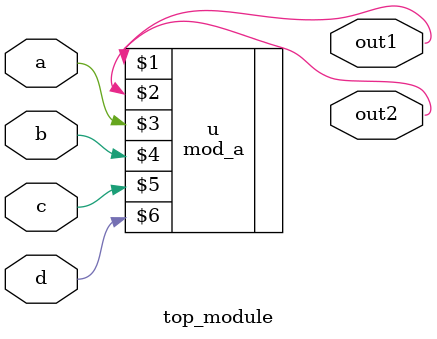
<source format=v>
module top_module ( 
    input a, 
    input b, 
    input c,
    input d,
    output out1,
    output out2
);
    mod_a u(out1, out2, a, b, c, d);
endmodule

</source>
